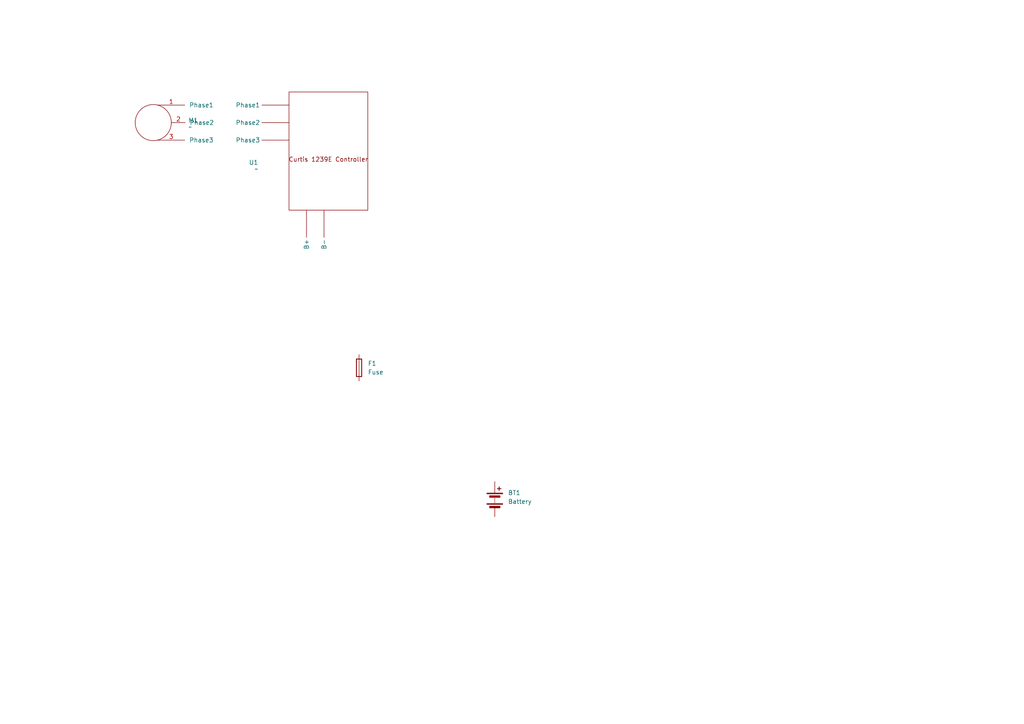
<source format=kicad_sch>
(kicad_sch (version 20250114) (generator "eeschema") (generator_version "9.0")
  (paper "A4")
  (lib_symbols
    (symbol "Device:Battery" (pin_numbers (hide yes)) (pin_names (offset 0) (hide yes))
      (property "Reference" "BT" (at 2.54 2.54 0))
      (property "Value" "Battery" (at 2.54 0 0))
      (symbol "Battery_0_1"
        (rectangle (start -2.286 1.778) (end 2.286 1.524) (fill (type outline)))
        (rectangle (start -2.286 -1.27) (end 2.286 -1.524) (fill (type outline)))
        (rectangle (start -1.524 1.016) (end 1.524 0.508) (fill (type outline)))
        (rectangle (start -1.524 -2.032) (end 1.524 -2.54) (fill (type outline)))
        (polyline (pts (xy 0 1.778) (xy 0 2.54)))
        (polyline (pts (xy 0 0) (xy 0 0.254)))
        (polyline (pts (xy 0 -0.508) (xy 0 -0.254)))
        (polyline (pts (xy 0 -1.016) (xy 0 -0.762)))
        (polyline (pts (xy 0.762 3.048) (xy 1.778 3.048)) (stroke (width 0.254)))
        (polyline (pts (xy 1.27 3.556) (xy 1.27 2.54)) (stroke (width 0.254)))
      )
      (symbol "Battery_1_1"
        (pin passive line (at 0 5.08 270) (length 2.54) (name "+") (number "1"))
        (pin passive line (at 0 -5.08 90) (length 2.54) (name "-") (number "2"))
      )
    )
    (symbol "Device:Fuse" (pin_numbers (hide yes)) (pin_names (offset 0))
      (property "Reference" "F" (at 2.032 0 90))
      (property "Value" "Fuse" (at -1.905 0 90))
      (symbol "Fuse_0_1"
        (rectangle (start -0.762 -2.54) (end 0.762 2.54) (stroke (width 0.254)))
        (polyline (pts (xy 0 2.54) (xy 0 -2.54)))
      )
      (symbol "Fuse_1_1"
        (pin passive line (at 0 3.81 270) (length 1.27) (name "~") (number "1"))
        (pin passive line (at 0 -3.81 90) (length 1.27) (name "~") (number "2"))
      )
    )
    (symbol "OYAMR_Library:3_Phase_Motor" (pin_names (offset 1.27))
      (property "Reference" "M" (at 0 0 0))
      (symbol "3_Phase_Motor_0_1"
        (circle (center 0 0) (radius 5.2363))
      )
      (symbol "3_Phase_Motor_1_1"
        (pin input line (at 1.27 5.08 0) (length 7.874) (name "Phase1") (number "1"))
        (pin input line (at 1.27 -5.08 0) (length 7.874) (name "Phase3") (number "3"))
        (pin input line (at 5.334 0 0) (length 3.937) (name "Phase2") (number "2"))
      )
    )
    (symbol "OYAMR_Library:Curtis_1239E"
      (property "Reference" "U" (at 0 0 0))
      (symbol "Curtis_1239E_1_1"
        (rectangle (start -6.35 5.08) (end 16.51 -29.21))
        (text "Curtis 1239E Controller" (at 5.08 -14.478 0) (effects (font (size 1.27 1.27))))
        (pin power_out line (at -6.35 1.27 180) (length 7.874) (name "Phase1") (number ""))
        (pin power_out line (at -6.35 -3.81 180) (length 7.874) (name "Phase2") (number ""))
        (pin power_out line (at -6.35 -8.89 180) (length 7.874) (name "Phase3") (number ""))
        (pin power_in line (at -1.27 -29.21 270) (length 7.874) (name "B+") (number ""))
        (pin power_in line (at 3.81 -29.21 270) (length 7.874) (name "B-") (number ""))
      )
    )
  )
  (symbol (lib_id "OYAMR_Library:3_Phase_Motor") (at 44.45 35.56 0) (unit 1)
    (property "Reference" "M1" (at 54.61 34.9249 0) (effects (justify left)))
    (property "Value" "~" (at 54.61 36.83 0) (effects (justify left)))
  )
  (symbol (lib_id "Device:Battery") (at 143.51 144.78 0) (unit 1)
    (property "Reference" "BT1" (at 147.32 142.9384 0) (effects (justify left)))
    (property "Value" "Battery" (at 147.32 145.4784 0) (effects (justify left)))
    (property "Description" "Multiple-cell battery" (effects (hide yes)))
  )
  (symbol (lib_id "Device:Fuse") (at 104.14 106.68 0) (unit 1)
    (property "Reference" "F1" (at 106.68 105.4099 0) (effects (justify left)))
    (property "Value" "Fuse" (at 106.68 107.9499 0) (effects (justify left)))
    (property "Description" "Fuse" (effects (hide yes)))
  )
  (symbol (lib_id "OYAMR_Library:Curtis_1239E") (at 90.17 31.75 0) (unit 1)
    (property "Reference" "U1" (at 74.93 47.1169 0) (effects (justify right)))
    (property "Value" "~" (at 74.93 49.022 0) (effects (justify right)))
  )
)
</source>
